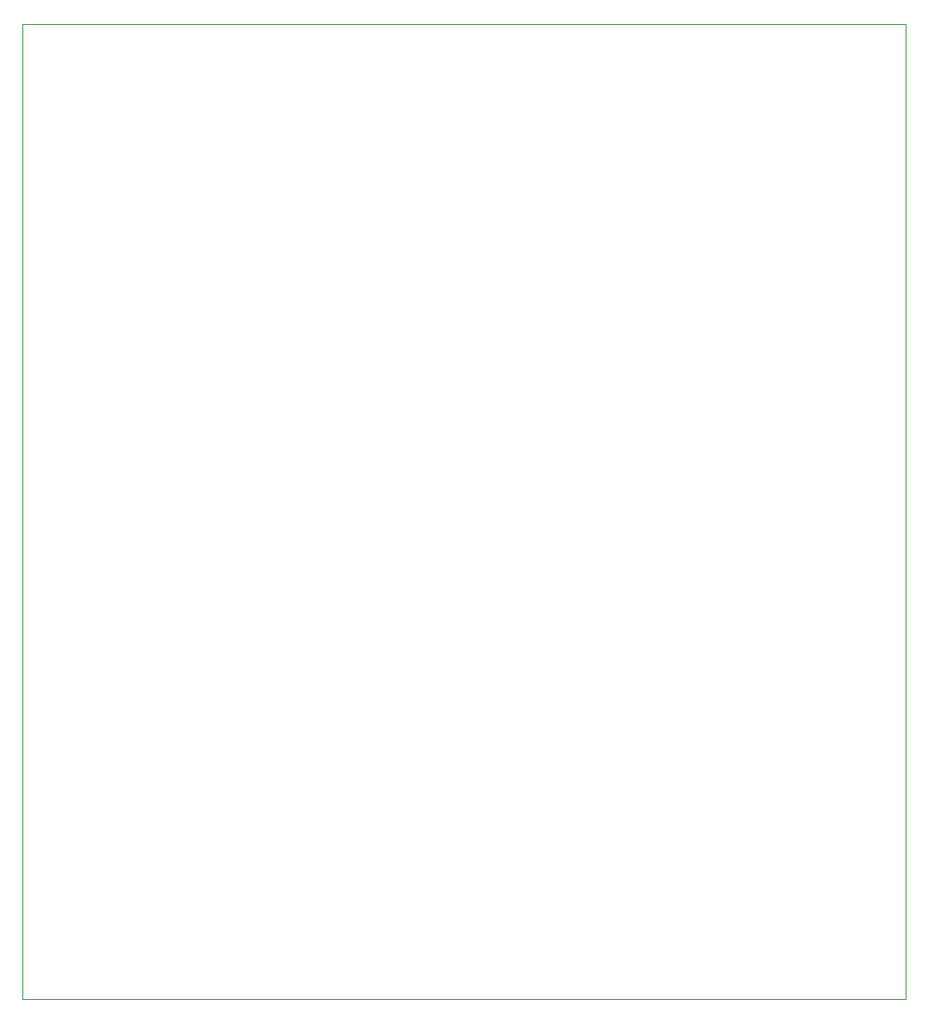
<source format=gbr>
%TF.GenerationSoftware,KiCad,Pcbnew,9.0.0-9.0.0-2~ubuntu24.04.1*%
%TF.CreationDate,2025-04-06T07:01:26+03:00*%
%TF.ProjectId,InterfaceBoard_Gateway,496e7465-7266-4616-9365-426f6172645f,rev?*%
%TF.SameCoordinates,Original*%
%TF.FileFunction,Profile,NP*%
%FSLAX46Y46*%
G04 Gerber Fmt 4.6, Leading zero omitted, Abs format (unit mm)*
G04 Created by KiCad (PCBNEW 9.0.0-9.0.0-2~ubuntu24.04.1) date 2025-04-06 07:01:26*
%MOMM*%
%LPD*%
G01*
G04 APERTURE LIST*
%TA.AperFunction,Profile*%
%ADD10C,0.050000*%
%TD*%
G04 APERTURE END LIST*
D10*
X105420000Y-64800000D02*
X192320000Y-64800000D01*
X192320000Y-160640000D01*
X105420000Y-160640000D01*
X105420000Y-64800000D01*
M02*

</source>
